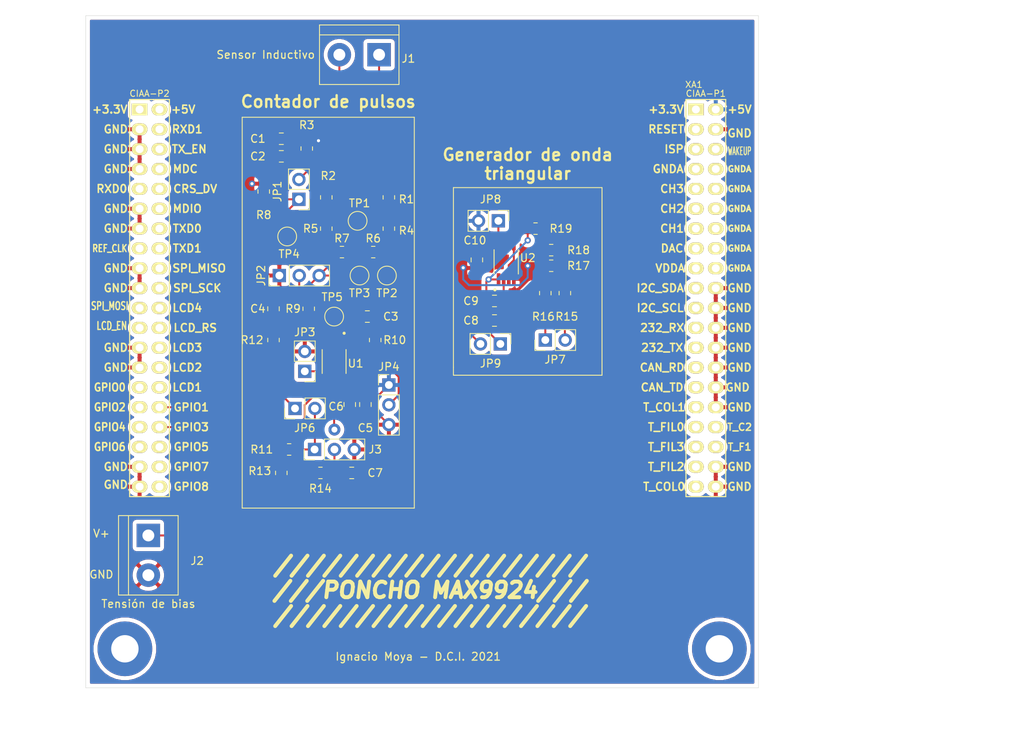
<source format=kicad_pcb>
(kicad_pcb (version 20171130) (host pcbnew 5.1.10-88a1d61d58~88~ubuntu18.04.1)
  (title_block (title "Poncho MAX9924ñ Interfaz para sensor de reluctancia variable") (date 2021-08-14) (rev 1) (comment 1 "Autor: Ignacio Moya") (comment 2 "Revisor: Marcelo Castello") (comment 3 "Licencia: GPL"))
  (layers (0 F.Cu signal) (31 B.Cu signal) (34 B.Paste user) (35 F.Paste user) (36 B.SilkS user) (37 F.SilkS user) (38 B.Mask user) (39 F.Mask user) (44 Edge.Cuts user))
  (net 0 "")
  (net 1 GND)
  (net 2 +5V)
  (net 3 "Net-(C3-Pad2)")
  (net 4 /AOUT)
  (net 5 /BIAS)
  (net 6 "Net-(C7-Pad2)")
  (net 7 "Net-(C8-Pad2)")
  (net 8 "Net-(C8-Pad1)")
  (net 9 "Net-(C10-Pad2)")
  (net 10 "Net-(J1-Pad2)")
  (net 11 "Net-(J1-Pad1)")
  (net 12 /V_PULL)
  (net 13 "Net-(JP1-Pad2)")
  (net 14 "Net-(JP3-Pad1)")
  (net 15 "Net-(JP4-Pad2)")
  (net 16 "Net-(JP6-Pad1)")
  (net 17 "Net-(JP7-Pad2)")
  (net 18 /COUT_2)
  (net 19 "Net-(R1-Pad1)")
  (net 20 "Net-(R2-Pad1)")
  (net 21 "Net-(R6-Pad2)")
  (net 22 "Net-(R9-Pad1)")
  (net 23 /COUT)
  (net 24 /FILTER)
  (net 25 "Net-(R17-Pad1)")
  (net 26 "Net-(U2-Pad3)")
  (net 27 "Net-(XA1-Pad1)")
  (net 28 "Net-(XA1-Pad11)")
  (net 29 "Net-(XA1-Pad13)")
  (net 30 "Net-(XA1-Pad6)")
  (net 31 "Net-(XA1-Pad15)")
  (net 32 "Net-(XA1-Pad8)")
  (net 33 "Net-(XA1-Pad17)")
  (net 34 "Net-(XA1-Pad10)")
  (net 35 "Net-(XA1-Pad19)")
  (net 36 "Net-(XA1-Pad12)")
  (net 37 "Net-(XA1-Pad21)")
  (net 38 "Net-(XA1-Pad14)")
  (net 39 "Net-(XA1-Pad23)")
  (net 40 "Net-(XA1-Pad16)")
  (net 41 "Net-(XA1-Pad25)")
  (net 42 "Net-(XA1-Pad18)")
  (net 43 "Net-(XA1-Pad27)")
  (net 44 "Net-(XA1-Pad29)")
  (net 45 "Net-(XA1-Pad31)")
  (net 46 "Net-(XA1-Pad33)")
  (net 47 "Net-(XA1-Pad34)")
  (net 48 "Net-(XA1-Pad36)")
  (net 49 "Net-(XA1-Pad35)")
  (net 50 "Net-(XA1-Pad37)")
  (net 51 "Net-(XA1-Pad3)")
  (net 52 "Net-(XA1-Pad5)")
  (net 53 "Net-(XA1-Pad7)")
  (net 54 "Net-(XA1-Pad9)")
  (net 55 "Net-(XA1-Pad39)")
  (net 56 "Net-(XA1-Pad41)")
  (net 57 "Net-(XA1-Pad42)")
  (net 58 "Net-(XA1-Pad44)")
  (net 59 "Net-(XA1-Pad46)")
  (net 60 "Net-(XA1-Pad48)")
  (net 61 "Net-(XA1-Pad49)")
  (net 62 "Net-(XA1-Pad50)")
  (net 63 "Net-(XA1-Pad52)")
  (net 64 "Net-(XA1-Pad54)")
  (net 65 "Net-(XA1-Pad55)")
  (net 66 "Net-(XA1-Pad56)")
  (net 67 "Net-(XA1-Pad58)")
  (net 68 "Net-(XA1-Pad60)")
  (net 69 "Net-(XA1-Pad61)")
  (net 70 "Net-(XA1-Pad62)")
  (net 71 "Net-(XA1-Pad63)")
  (net 72 "Net-(XA1-Pad64)")
  (net 73 "Net-(XA1-Pad66)")
  (net 74 "Net-(XA1-Pad68)")
  (net 75 "Net-(XA1-Pad69)")
  (net 76 "Net-(XA1-Pad70)")
  (net 77 "Net-(XA1-Pad71)")
  (net 78 "Net-(XA1-Pad73)")
  (net 79 "Net-(XA1-Pad75)")
  (net 80 "Net-(XA1-Pad76)")
  (net 81 "Net-(XA1-Pad78)")
  (net 82 "Net-(XA1-Pad80)")
  (net 83 "Net-(J3-Pad3)")
  (net 84 "Net-(J3-Pad1)")
  (module MountingHole:MountingHole_3.5mm_Pad (layer F.Cu) (at 112 138)
    (fp_text reference H2 hide)
    (fp_text value MountingHole hide)
    (pad 1 thru_hole circle (at 0 0) (size 7 7) (drill 3.5) (layers *.Cu *.Mask))
  )
  (module MountingHole:MountingHole_3.5mm_Pad (layer F.Cu) (at 188 138)
    (fp_text reference H1 hide)
    (fp_text value MountingHole hide)
    (pad 1 thru_hole circle (at 0 0) (size 7 7) (drill 3.5) (layers *.Cu *.Mask))
  )
  (module Connector_PinHeader_2.54mm:PinHeader_1x02_P2.54mm_Vertical (layer F.Cu) (at 159.75 83.25 270)
    (fp_text reference JP8 (at -2.75 1) (layer F.SilkS))
    (fp_text value Jumper_NO_Small)
    (pad 2 thru_hole oval (at 0 2.54 270) (size 1.7 1.7) (drill 1) (layers *.Cu *.Mask) (net 2 +5V))
    (pad 1 thru_hole rect (at 0 0 270) (size 1.7 1.7) (drill 1) (layers *.Cu *.Mask) (net 9 "Net-(C10-Pad2)"))
  )
  (module Capacitor_SMD:C_0805_2012Metric_Pad1.18x1.45mm_HandSolder (layer F.Cu) (at 132 72.75 180)
    (fp_text reference C1 (at 3 0) (layer F.SilkS))
    (fp_text value 4.7uF)
    (pad 2 smd roundrect (at 1.0375 0 180) (size 1.175 1.45) (layers F.Cu F.Paste F.Mask) (roundrect_rratio 0.212766) (net 1 GND))
    (pad 1 smd roundrect (at -1.0375 0 180) (size 1.175 1.45) (layers F.Cu F.Paste F.Mask) (roundrect_rratio 0.212766) (net 2 +5V))
  )
  (module Capacitor_SMD:C_0805_2012Metric_Pad1.18x1.45mm_HandSolder (layer F.Cu) (at 132 75 180)
    (fp_text reference C2 (at 3 0) (layer F.SilkS))
    (fp_text value 0.1uF)
    (pad 1 smd roundrect (at -1.0375 0 180) (size 1.175 1.45) (layers F.Cu F.Paste F.Mask) (roundrect_rratio 0.212766) (net 2 +5V))
    (pad 2 smd roundrect (at 1.0375 0 180) (size 1.175 1.45) (layers F.Cu F.Paste F.Mask) (roundrect_rratio 0.212766) (net 1 GND))
  )
  (module Capacitor_SMD:C_0805_2012Metric_Pad1.18x1.45mm_HandSolder (layer F.Cu) (at 143 95.5 180)
    (fp_text reference C3 (at -3 0) (layer F.SilkS))
    (fp_text value 1000pF)
    (pad 2 smd roundrect (at 1.0375 0 180) (size 1.175 1.45) (layers F.Cu F.Paste F.Mask) (roundrect_rratio 0.212766) (net 3 "Net-(C3-Pad2)"))
    (pad 1 smd roundrect (at -1.0375 0 180) (size 1.175 1.45) (layers F.Cu F.Paste F.Mask) (roundrect_rratio 0.212766) (net 4 /AOUT))
  )
  (module Capacitor_SMD:C_0805_2012Metric_Pad1.18x1.45mm_HandSolder (layer F.Cu) (at 131 94.5 90)
    (fp_text reference C4 (at 0 -2 180) (layer F.SilkS))
    (fp_text value 1uF)
    (pad 1 smd roundrect (at -1.0375 0 90) (size 1.175 1.45) (layers F.Cu F.Paste F.Mask) (roundrect_rratio 0.212766) (net 5 /BIAS))
    (pad 2 smd roundrect (at 1.0375 0 90) (size 1.175 1.45) (layers F.Cu F.Paste F.Mask) (roundrect_rratio 0.212766) (net 1 GND))
  )
  (module Capacitor_SMD:C_0805_2012Metric_Pad1.18x1.45mm_HandSolder (layer F.Cu) (at 142.75 106.75 90)
    (fp_text reference C5 (at -3 0 180) (layer F.SilkS))
    (fp_text value 1uF)
    (pad 1 smd roundrect (at -1.0375 0 90) (size 1.175 1.45) (layers F.Cu F.Paste F.Mask) (roundrect_rratio 0.212766) (net 1 GND))
    (pad 2 smd roundrect (at 1.0375 0 90) (size 1.175 1.45) (layers F.Cu F.Paste F.Mask) (roundrect_rratio 0.212766) (net 2 +5V))
  )
  (module Capacitor_SMD:C_0805_2012Metric_Pad1.18x1.45mm_HandSolder (layer F.Cu) (at 140.75 106.75 90)
    (fp_text reference C6 (at -0.25 -1.75 180) (layer F.SilkS))
    (fp_text value 0.1uF)
    (pad 2 smd roundrect (at 1.0375 0 90) (size 1.175 1.45) (layers F.Cu F.Paste F.Mask) (roundrect_rratio 0.212766) (net 2 +5V))
    (pad 1 smd roundrect (at -1.0375 0 90) (size 1.175 1.45) (layers F.Cu F.Paste F.Mask) (roundrect_rratio 0.212766) (net 1 GND))
  )
  (module Capacitor_SMD:C_0805_2012Metric_Pad1.18x1.45mm_HandSolder (layer F.Cu) (at 141 115.5 180)
    (fp_text reference C7 (at -3 0) (layer F.SilkS))
    (fp_text value 0.1uF)
    (pad 2 smd roundrect (at 1.0375 0 180) (size 1.175 1.45) (layers F.Cu F.Paste F.Mask) (roundrect_rratio 0.212766) (net 6 "Net-(C7-Pad2)"))
    (pad 1 smd roundrect (at -1.0375 0 180) (size 1.175 1.45) (layers F.Cu F.Paste F.Mask) (roundrect_rratio 0.212766) (net 1 GND))
  )
  (module Capacitor_SMD:C_0805_2012Metric_Pad1.18x1.45mm_HandSolder (layer F.Cu) (at 159.25 96 180)
    (fp_text reference C8 (at 3 0) (layer F.SilkS))
    (fp_text value 0.1uF)
    (pad 2 smd roundrect (at 1.0375 0 180) (size 1.175 1.45) (layers F.Cu F.Paste F.Mask) (roundrect_rratio 0.212766) (net 7 "Net-(C8-Pad2)"))
    (pad 1 smd roundrect (at -1.0375 0 180) (size 1.175 1.45) (layers F.Cu F.Paste F.Mask) (roundrect_rratio 0.212766) (net 8 "Net-(C8-Pad1)"))
  )
  (module Capacitor_SMD:C_0805_2012Metric_Pad1.18x1.45mm_HandSolder (layer F.Cu) (at 159.25 93.5 180)
    (fp_text reference C9 (at 3 0) (layer F.SilkS))
    (fp_text value 220pF)
    (pad 1 smd roundrect (at -1.0375 0 180) (size 1.175 1.45) (layers F.Cu F.Paste F.Mask) (roundrect_rratio 0.212766) (net 8 "Net-(C8-Pad1)"))
    (pad 2 smd roundrect (at 1.0375 0 180) (size 1.175 1.45) (layers F.Cu F.Paste F.Mask) (roundrect_rratio 0.212766) (net 7 "Net-(C8-Pad2)"))
  )
  (module Capacitor_SMD:C_0805_2012Metric_Pad1.18x1.45mm_HandSolder (layer F.Cu) (at 157 88.25 90)
    (fp_text reference C10 (at 2.5 -0.25 180) (layer F.SilkS))
    (fp_text value 0.1uF)
    (pad 1 smd roundrect (at -1.0375 0 90) (size 1.175 1.45) (layers F.Cu F.Paste F.Mask) (roundrect_rratio 0.212766) (net 1 GND))
    (pad 2 smd roundrect (at 1.0375 0 90) (size 1.175 1.45) (layers F.Cu F.Paste F.Mask) (roundrect_rratio 0.212766) (net 9 "Net-(C10-Pad2)"))
  )
  (module TerminalBlock:TerminalBlock_bornier-2_P5.08mm (layer F.Cu) (at 144.5 62 180)
    (fp_text reference J1 (at -3.75 -0.5) (layer F.SilkS))
    (fp_text value Screw_Terminal_01x02)
    (pad 2 thru_hole circle (at 5.08 0 180) (size 3 3) (drill 1.52) (layers *.Cu *.Mask) (net 10 "Net-(J1-Pad2)"))
    (pad 1 thru_hole rect (at 0 0 180) (size 3 3) (drill 1.52) (layers *.Cu *.Mask) (net 11 "Net-(J1-Pad1)"))
  )
  (module TerminalBlock:TerminalBlock_bornier-2_P5.08mm (layer F.Cu) (at 115 123.5 270)
    (fp_text reference J2 (at 3.25 -6.25 180) (layer F.SilkS))
    (fp_text value Screw_Terminal_01x02)
    (pad 1 thru_hole rect (at 0 0 270) (size 3 3) (drill 1.52) (layers *.Cu *.Mask) (net 12 /V_PULL))
    (pad 2 thru_hole circle (at 5.08 0 270) (size 3 3) (drill 1.52) (layers *.Cu *.Mask) (net 1 GND))
  )
  (module Connector_PinHeader_2.54mm:PinHeader_1x02_P2.54mm_Vertical (layer F.Cu) (at 134.25 80.5 180)
    (fp_text reference JP1 (at 2.75 1 270) (layer F.SilkS))
    (fp_text value Jumper_NO_Small)
    (pad 1 thru_hole rect (at 0 0 180) (size 1.7 1.7) (drill 1) (layers *.Cu *.Mask) (net 3 "Net-(C3-Pad2)"))
    (pad 2 thru_hole oval (at 0 2.54 180) (size 1.7 1.7) (drill 1) (layers *.Cu *.Mask) (net 13 "Net-(JP1-Pad2)"))
  )
  (module Connector_PinHeader_2.54mm:PinHeader_1x03_P2.54mm_Vertical (layer F.Cu) (at 131.75 90.25 90)
    (fp_text reference JP2 (at 0 -2.33 90) (layer F.SilkS))
    (fp_text value Jumper_3_Open)
    (pad 1 thru_hole rect (at 0 0 90) (size 1.7 1.7) (drill 1) (layers *.Cu *.Mask) (net 1 GND))
    (pad 2 thru_hole oval (at 0 2.54 90) (size 1.7 1.7) (drill 1) (layers *.Cu *.Mask) (net 5 /BIAS))
    (pad 3 thru_hole oval (at 0 5.08 90) (size 1.7 1.7) (drill 1) (layers *.Cu *.Mask) (net 3 "Net-(C3-Pad2)"))
  )
  (module Connector_PinHeader_2.54mm:PinHeader_1x02_P2.54mm_Vertical (layer F.Cu) (at 135 102.5 180)
    (fp_text reference JP3 (at 0 5) (layer F.SilkS))
    (fp_text value Jumper_NO_Small)
    (pad 1 thru_hole rect (at 0 0 180) (size 1.7 1.7) (drill 1) (layers *.Cu *.Mask) (net 14 "Net-(JP3-Pad1)"))
    (pad 2 thru_hole oval (at 0 2.54 180) (size 1.7 1.7) (drill 1) (layers *.Cu *.Mask) (net 1 GND))
  )
  (module Connector_PinHeader_2.54mm:PinHeader_1x03_P2.54mm_Vertical (layer F.Cu) (at 145.75 104.25)
    (fp_text reference JP4 (at 0 -2.33) (layer F.SilkS))
    (fp_text value Jumper_3_Open)
    (pad 3 thru_hole oval (at 0 5.08) (size 1.7 1.7) (drill 1) (layers *.Cu *.Mask) (net 1 GND))
    (pad 2 thru_hole oval (at 0 2.54) (size 1.7 1.7) (drill 1) (layers *.Cu *.Mask) (net 15 "Net-(JP4-Pad2)"))
    (pad 1 thru_hole rect (at 0 0) (size 1.7 1.7) (drill 1) (layers *.Cu *.Mask) (net 2 +5V))
  )
  (module Connector_PinHeader_2.54mm:PinHeader_1x02_P2.54mm_Vertical (layer F.Cu) (at 133.75 107.25 90)
    (fp_text reference JP6 (at -2.5 1.25 180) (layer F.SilkS))
    (fp_text value Jumper_NO_Small)
    (pad 2 thru_hole oval (at 0 2.54 90) (size 1.7 1.7) (drill 1) (layers *.Cu *.Mask) (net 83 "Net-(J3-Pad3)"))
    (pad 1 thru_hole rect (at 0 0 90) (size 1.7 1.7) (drill 1) (layers *.Cu *.Mask) (net 16 "Net-(JP6-Pad1)"))
  )
  (module Connector_PinHeader_2.54mm:PinHeader_1x02_P2.54mm_Vertical (layer F.Cu) (at 165.75 98.5 90)
    (fp_text reference JP7 (at -2.5 1.25 180) (layer F.SilkS))
    (fp_text value Jumper_NO_Small)
    (pad 2 thru_hole oval (at 0 2.54 90) (size 1.7 1.7) (drill 1) (layers *.Cu *.Mask) (net 17 "Net-(JP7-Pad2)"))
    (pad 1 thru_hole rect (at 0 0 90) (size 1.7 1.7) (drill 1) (layers *.Cu *.Mask) (net 18 /COUT_2))
  )
  (module Connector_PinHeader_2.54mm:PinHeader_1x02_P2.54mm_Vertical (layer F.Cu) (at 160 99 270)
    (fp_text reference JP9 (at 2.5 1.25) (layer F.SilkS))
    (fp_text value Jumper_NO_Small)
    (pad 1 thru_hole rect (at 0 0 270) (size 1.7 1.7) (drill 1) (layers *.Cu *.Mask) (net 7 "Net-(C8-Pad2)"))
    (pad 2 thru_hole oval (at 0 2.54 270) (size 1.7 1.7) (drill 1) (layers *.Cu *.Mask) (net 4 /AOUT))
  )
  (module Resistor_SMD:R_0805_2012Metric_Pad1.20x1.40mm_HandSolder (layer F.Cu) (at 145.75 80.25 90)
    (fp_text reference R1 (at -0.25 2.25 180) (layer F.SilkS))
    (fp_text value "4.99K 1%")
    (pad 1 smd roundrect (at -1 0 90) (size 1.2 1.4) (layers F.Cu F.Paste F.Mask) (roundrect_rratio 0.208333) (net 19 "Net-(R1-Pad1)"))
    (pad 2 smd roundrect (at 1 0 90) (size 1.2 1.4) (layers F.Cu F.Paste F.Mask) (roundrect_rratio 0.208333) (net 11 "Net-(J1-Pad1)"))
  )
  (module Resistor_SMD:R_0805_2012Metric_Pad1.20x1.40mm_HandSolder (layer F.Cu) (at 137.75 80.25 90)
    (fp_text reference R2 (at 2.75 0.25 180) (layer F.SilkS))
    (fp_text value "4.99K 1%")
    (pad 1 smd roundrect (at -1 0 90) (size 1.2 1.4) (layers F.Cu F.Paste F.Mask) (roundrect_rratio 0.208333) (net 20 "Net-(R2-Pad1)"))
    (pad 2 smd roundrect (at 1 0 90) (size 1.2 1.4) (layers F.Cu F.Paste F.Mask) (roundrect_rratio 0.208333) (net 10 "Net-(J1-Pad2)"))
  )
  (module Resistor_SMD:R_0805_2012Metric_Pad1.20x1.40mm_HandSolder (layer F.Cu) (at 135.25 74 90)
    (fp_text reference R3 (at 3 0 180) (layer F.SilkS))
    (fp_text value "1K 1%")
    (pad 1 smd roundrect (at -1 0 90) (size 1.2 1.4) (layers F.Cu F.Paste F.Mask) (roundrect_rratio 0.208333) (net 13 "Net-(JP1-Pad2)"))
    (pad 2 smd roundrect (at 1 0 90) (size 1.2 1.4) (layers F.Cu F.Paste F.Mask) (roundrect_rratio 0.208333) (net 2 +5V))
  )
  (module Resistor_SMD:R_0805_2012Metric_Pad1.20x1.40mm_HandSolder (layer F.Cu) (at 145.75 84.25 90)
    (fp_text reference R4 (at -0.25 2.25 180) (layer F.SilkS))
    (fp_text value "4.99K 1%")
    (pad 2 smd roundrect (at 1 0 90) (size 1.2 1.4) (layers F.Cu F.Paste F.Mask) (roundrect_rratio 0.208333) (net 19 "Net-(R1-Pad1)"))
    (pad 1 smd roundrect (at -1 0 90) (size 1.2 1.4) (layers F.Cu F.Paste F.Mask) (roundrect_rratio 0.208333) (net 4 /AOUT))
  )
  (module Resistor_SMD:R_0805_2012Metric_Pad1.20x1.40mm_HandSolder (layer F.Cu) (at 137.75 84.25 90)
    (fp_text reference R5 (at 0 -2 180) (layer F.SilkS))
    (fp_text value "4.99K 1%")
    (pad 2 smd roundrect (at 1 0 90) (size 1.2 1.4) (layers F.Cu F.Paste F.Mask) (roundrect_rratio 0.208333) (net 20 "Net-(R2-Pad1)"))
    (pad 1 smd roundrect (at -1 0 90) (size 1.2 1.4) (layers F.Cu F.Paste F.Mask) (roundrect_rratio 0.208333) (net 3 "Net-(C3-Pad2)"))
  )
  (module Resistor_SMD:R_0805_2012Metric_Pad1.20x1.40mm_HandSolder (layer F.Cu) (at 143.75 87.25 180)
    (fp_text reference R6 (at 0 1.75) (layer F.SilkS))
    (fp_text value OPEN)
    (pad 1 smd roundrect (at -1 0 180) (size 1.2 1.4) (layers F.Cu F.Paste F.Mask) (roundrect_rratio 0.208333) (net 4 /AOUT))
    (pad 2 smd roundrect (at 1 0 180) (size 1.2 1.4) (layers F.Cu F.Paste F.Mask) (roundrect_rratio 0.208333) (net 21 "Net-(R6-Pad2)"))
  )
  (module Resistor_SMD:R_0805_2012Metric_Pad1.20x1.40mm_HandSolder (layer F.Cu) (at 139.75 87.25 180)
    (fp_text reference R7 (at 0 1.75) (layer F.SilkS))
    (fp_text value OPEN)
    (pad 2 smd roundrect (at 1 0 180) (size 1.2 1.4) (layers F.Cu F.Paste F.Mask) (roundrect_rratio 0.208333) (net 3 "Net-(C3-Pad2)"))
    (pad 1 smd roundrect (at -1 0 180) (size 1.2 1.4) (layers F.Cu F.Paste F.Mask) (roundrect_rratio 0.208333) (net 21 "Net-(R6-Pad2)"))
  )
  (module Resistor_SMD:R_0805_2012Metric_Pad1.20x1.40mm_HandSolder (layer F.Cu) (at 129.75 79.5 270)
    (fp_text reference R8 (at 3 0 180) (layer F.SilkS))
    (fp_text value "1K 1%")
    (pad 1 smd roundrect (at -1 0 270) (size 1.2 1.4) (layers F.Cu F.Paste F.Mask) (roundrect_rratio 0.208333) (net 1 GND))
    (pad 2 smd roundrect (at 1 0 270) (size 1.2 1.4) (layers F.Cu F.Paste F.Mask) (roundrect_rratio 0.208333) (net 3 "Net-(C3-Pad2)"))
  )
  (module Resistor_SMD:R_0805_2012Metric_Pad1.20x1.40mm_HandSolder (layer F.Cu) (at 135.5 94.5 90)
    (fp_text reference R9 (at 0 -2 180) (layer F.SilkS))
    (fp_text value OPEN)
    (pad 1 smd roundrect (at -1 0 90) (size 1.2 1.4) (layers F.Cu F.Paste F.Mask) (roundrect_rratio 0.208333) (net 22 "Net-(R9-Pad1)"))
    (pad 2 smd roundrect (at 1 0 90) (size 1.2 1.4) (layers F.Cu F.Paste F.Mask) (roundrect_rratio 0.208333) (net 3 "Net-(C3-Pad2)"))
  )
  (module Resistor_SMD:R_0805_2012Metric_Pad1.20x1.40mm_HandSolder (layer F.Cu) (at 144 98.5 90)
    (fp_text reference R10 (at 0 2.5 180) (layer F.SilkS))
    (fp_text value OPEN)
    (pad 2 smd roundrect (at 1 0 90) (size 1.2 1.4) (layers F.Cu F.Paste F.Mask) (roundrect_rratio 0.208333) (net 4 /AOUT))
    (pad 1 smd roundrect (at -1 0 90) (size 1.2 1.4) (layers F.Cu F.Paste F.Mask) (roundrect_rratio 0.208333) (net 5 /BIAS))
  )
  (module Resistor_SMD:R_0805_2012Metric_Pad1.20x1.40mm_HandSolder (layer F.Cu) (at 133 112.5)
    (fp_text reference R11 (at -3.5 0) (layer F.SilkS))
    (fp_text value OPEN)
    (pad 2 smd roundrect (at 1 0) (size 1.2 1.4) (layers F.Cu F.Paste F.Mask) (roundrect_rratio 0.208333) (net 83 "Net-(J3-Pad3)"))
    (pad 1 smd roundrect (at -1 0) (size 1.2 1.4) (layers F.Cu F.Paste F.Mask) (roundrect_rratio 0.208333) (net 23 /COUT))
  )
  (module Resistor_SMD:R_0805_2012Metric_Pad1.20x1.40mm_HandSolder (layer F.Cu) (at 131 98.5 270)
    (fp_text reference R12 (at 0 2.75 180) (layer F.SilkS))
    (fp_text value OPEN)
    (pad 1 smd roundrect (at -1 0 270) (size 1.2 1.4) (layers F.Cu F.Paste F.Mask) (roundrect_rratio 0.208333) (net 5 /BIAS))
    (pad 2 smd roundrect (at 1 0 270) (size 1.2 1.4) (layers F.Cu F.Paste F.Mask) (roundrect_rratio 0.208333) (net 16 "Net-(JP6-Pad1)"))
  )
  (module Resistor_SMD:R_0805_2012Metric_Pad1.20x1.40mm_HandSolder (layer F.Cu) (at 132 115.5 90)
    (fp_text reference R13 (at 0.25 -2.75 180) (layer F.SilkS))
    (fp_text value 10K)
    (pad 1 smd roundrect (at -1 0 90) (size 1.2 1.4) (layers F.Cu F.Paste F.Mask) (roundrect_rratio 0.208333) (net 12 /V_PULL))
    (pad 2 smd roundrect (at 1 0 90) (size 1.2 1.4) (layers F.Cu F.Paste F.Mask) (roundrect_rratio 0.208333) (net 23 /COUT))
  )
  (module Resistor_SMD:R_0805_2012Metric_Pad1.20x1.40mm_HandSolder (layer F.Cu) (at 137 115.5)
    (fp_text reference R14 (at 0 2) (layer F.SilkS))
    (fp_text value "10K 1%")
    (pad 2 smd roundrect (at 1 0) (size 1.2 1.4) (layers F.Cu F.Paste F.Mask) (roundrect_rratio 0.208333) (net 6 "Net-(C7-Pad2)"))
    (pad 1 smd roundrect (at -1 0) (size 1.2 1.4) (layers F.Cu F.Paste F.Mask) (roundrect_rratio 0.208333) (net 24 /FILTER))
  )
  (module Resistor_SMD:R_0805_2012Metric_Pad1.20x1.40mm_HandSolder (layer F.Cu) (at 168.25 92.5 90)
    (fp_text reference R15 (at -3 0.25 180) (layer F.SilkS))
    (fp_text value "54.9K 1%")
    (pad 1 smd roundrect (at -1 0 90) (size 1.2 1.4) (layers F.Cu F.Paste F.Mask) (roundrect_rratio 0.208333) (net 17 "Net-(JP7-Pad2)"))
    (pad 2 smd roundrect (at 1 0 90) (size 1.2 1.4) (layers F.Cu F.Paste F.Mask) (roundrect_rratio 0.208333) (net 8 "Net-(C8-Pad1)"))
  )
  (module Resistor_SMD:R_0805_2012Metric_Pad1.20x1.40mm_HandSolder (layer F.Cu) (at 165.75 92.5 90)
    (fp_text reference R16 (at -3 -0.25 180) (layer F.SilkS))
    (fp_text value "464K 1%")
    (pad 2 smd roundrect (at 1 0 90) (size 1.2 1.4) (layers F.Cu F.Paste F.Mask) (roundrect_rratio 0.208333) (net 8 "Net-(C8-Pad1)"))
    (pad 1 smd roundrect (at -1 0 90) (size 1.2 1.4) (layers F.Cu F.Paste F.Mask) (roundrect_rratio 0.208333) (net 18 /COUT_2))
  )
  (module Resistor_SMD:R_0805_2012Metric_Pad1.20x1.40mm_HandSolder (layer F.Cu) (at 166.5 89 180)
    (fp_text reference R17 (at -3.5 0) (layer F.SilkS))
    (fp_text value "39.2K 1%")
    (pad 2 smd roundrect (at 1 0 180) (size 1.2 1.4) (layers F.Cu F.Paste F.Mask) (roundrect_rratio 0.208333) (net 1 GND))
    (pad 1 smd roundrect (at -1 0 180) (size 1.2 1.4) (layers F.Cu F.Paste F.Mask) (roundrect_rratio 0.208333) (net 25 "Net-(R17-Pad1)"))
  )
  (module Resistor_SMD:R_0805_2012Metric_Pad1.20x1.40mm_HandSolder (layer F.Cu) (at 166.5 87 180)
    (fp_text reference R18 (at -3.5 0) (layer F.SilkS))
    (fp_text value "100K 1%")
    (pad 2 smd roundrect (at 1 0 180) (size 1.2 1.4) (layers F.Cu F.Paste F.Mask) (roundrect_rratio 0.208333) (net 25 "Net-(R17-Pad1)"))
    (pad 1 smd roundrect (at -1 0 180) (size 1.2 1.4) (layers F.Cu F.Paste F.Mask) (roundrect_rratio 0.208333) (net 18 /COUT_2))
  )
  (module Resistor_SMD:R_0805_2012Metric_Pad1.20x1.40mm_HandSolder (layer F.Cu) (at 164.5 84.25)
    (fp_text reference R19 (at 3.25 0) (layer F.SilkS))
    (fp_text value "68.1K 1%")
    (pad 1 smd roundrect (at -1 0) (size 1.2 1.4) (layers F.Cu F.Paste F.Mask) (roundrect_rratio 0.208333) (net 7 "Net-(C8-Pad2)"))
    (pad 2 smd roundrect (at 1 0) (size 1.2 1.4) (layers F.Cu F.Paste F.Mask) (roundrect_rratio 0.208333) (net 25 "Net-(R17-Pad1)"))
  )
  (module TestPoint:TestPoint_Pad_D2.0mm (layer F.Cu) (at 141.75 83.25 270)
    (fp_text reference TP1 (at -2.25 -0.25 180) (layer F.SilkS))
    (fp_text value TestPoint)
    (pad 1 smd circle (at 0 0 270) (size 2 2) (layers F.Cu F.Mask) (net 21 "Net-(R6-Pad2)"))
  )
  (module TestPoint:TestPoint_Pad_D2.0mm (layer F.Cu) (at 145.5 90.25 270)
    (fp_text reference TP2 (at 2.25 0 180) (layer F.SilkS))
    (fp_text value TestPoint)
    (pad 1 smd circle (at 0 0 270) (size 2 2) (layers F.Cu F.Mask) (net 4 /AOUT))
  )
  (module TestPoint:TestPoint_Pad_D2.0mm (layer F.Cu) (at 142 90.25 90)
    (fp_text reference TP3 (at -2.25 0 180) (layer F.SilkS))
    (fp_text value TestPoint)
    (pad 1 smd circle (at 0 0 90) (size 2 2) (layers F.Cu F.Mask) (net 3 "Net-(C3-Pad2)"))
  )
  (module TestPoint:TestPoint_Pad_D2.0mm (layer F.Cu) (at 132.75 85.25 270)
    (fp_text reference TP4 (at 2.25 -0.25 180) (layer F.SilkS))
    (fp_text value TestPoint)
    (pad 1 smd circle (at 0 0 270) (size 2 2) (layers F.Cu F.Mask) (net 3 "Net-(C3-Pad2)"))
  )
  (module TestPoint:TestPoint_Pad_D2.0mm (layer F.Cu) (at 138.75 95.5)
    (fp_text reference TP5 (at -0.25 -2.5 180) (layer F.SilkS))
    (fp_text value TestPoint)
    (pad 1 smd circle (at 0 0) (size 2 2) (layers F.Cu F.Mask) (net 22 "Net-(R9-Pad1)"))
  )
  (module misc:PinHeader_1x03_1x01_P2.54mm_Vertical (layer F.Cu) (at 136.25 112.5 90)
    (fp_text reference J3 (at 0 7.75 180) (layer F.SilkS))
    (fp_text value jumper_4_open)
    (pad 1 thru_hole circle (at 2.54 2.54 90) (size 1.524 1.524) (drill 0.762) (layers *.Cu *.Mask) (net 84 "Net-(J3-Pad1)"))
    (pad 2 thru_hole oval (at 0 5.08 90) (size 1.7 1.7) (drill 1) (layers *.Cu *.Mask) (net 1 GND))
    (pad 4 thru_hole oval (at 0 2.54 90) (size 1.7 1.7) (drill 1) (layers *.Cu *.Mask) (net 6 "Net-(C7-Pad2)"))
    (pad 3 thru_hole rect (at 0 0 90) (size 1.7 1.7) (drill 1) (layers *.Cu *.Mask) (net 83 "Net-(J3-Pad3)"))
  )
  (module max9924:SOP50P490X110-10N (layer F.Cu) (at 138.75 101.25 270)
    (fp_text reference U1 (at 0.25 -2.75 180) (layer F.SilkS))
    (fp_text value MAX9924)
    (pad 1 smd rect (at -2.15 -1 270) (size 1.47 0.28) (layers F.Cu F.Paste F.Mask) (net 4 /AOUT))
    (pad 2 smd rect (at -2.15 -0.5 270) (size 1.47 0.28) (layers F.Cu F.Paste F.Mask) (net 3 "Net-(C3-Pad2)"))
    (pad 3 smd rect (at -2.15 0 270) (size 1.47 0.28) (layers F.Cu F.Paste F.Mask) (net 22 "Net-(R9-Pad1)"))
    (pad 4 smd rect (at -2.15 0.5 270) (size 1.47 0.28) (layers F.Cu F.Paste F.Mask) (net 5 /BIAS))
    (pad 5 smd rect (at -2.15 1 270) (size 1.47 0.28) (layers F.Cu F.Paste F.Mask) (net 1 GND))
    (pad 6 smd rect (at 2.15 1 270) (size 1.47 0.28) (layers F.Cu F.Paste F.Mask) (net 14 "Net-(JP3-Pad1)"))
    (pad 7 smd rect (at 2.15 0.5 270) (size 1.47 0.28) (layers F.Cu F.Paste F.Mask) (net 23 /COUT))
    (pad 8 smd rect (at 2.15 0 270) (size 1.47 0.28) (layers F.Cu F.Paste F.Mask) (net 84 "Net-(J3-Pad1)"))
    (pad 9 smd rect (at 2.15 -0.5 270) (size 1.47 0.28) (layers F.Cu F.Paste F.Mask) (net 15 "Net-(JP4-Pad2)"))
    (pad 10 smd rect (at 2.15 -1 270) (size 1.47 0.28) (layers F.Cu F.Paste F.Mask) (net 2 +5V))
  )
  (module max9000:SOP65P490X110-8N (layer F.Cu) (at 160.75 88.5 90)
    (fp_text reference U2 (at 0.5 2.75 180) (layer F.SilkS))
    (fp_text value MAX9000)
    (pad 1 smd rect (at -2.165 -0.975 90) (size 1.42 0.47) (layers F.Cu F.Paste F.Mask) (net 7 "Net-(C8-Pad2)"))
    (pad 2 smd rect (at -2.165 -0.325 90) (size 1.42 0.47) (layers F.Cu F.Paste F.Mask) (net 8 "Net-(C8-Pad1)"))
    (pad 3 smd rect (at -2.165 0.325 90) (size 1.42 0.47) (layers F.Cu F.Paste F.Mask) (net 26 "Net-(U2-Pad3)"))
    (pad 4 smd rect (at -2.165 0.975 90) (size 1.42 0.47) (layers F.Cu F.Paste F.Mask) (net 1 GND))
    (pad 5 smd rect (at 2.165 0.975 90) (size 1.42 0.47) (layers F.Cu F.Paste F.Mask) (net 26 "Net-(U2-Pad3)"))
    (pad 6 smd rect (at 2.165 0.325 90) (size 1.42 0.47) (layers F.Cu F.Paste F.Mask) (net 25 "Net-(R17-Pad1)"))
    (pad 7 smd rect (at 2.165 -0.325 90) (size 1.42 0.47) (layers F.Cu F.Paste F.Mask) (net 18 /COUT_2))
    (pad 8 smd rect (at 2.165 -0.975 90) (size 1.42 0.47) (layers F.Cu F.Paste F.Mask) (net 9 "Net-(C10-Pad2)"))
  )
  (module Fiducial:Fiducial_0.5mm_Mask1mm (layer F.Cu) (at 148 71)
    (fp_text reference FID1 hide)
    (fp_text value Fiducial)
    (pad "" smd circle (at 0 0) (size 0.5 0.5) (layers F.Cu F.Mask) (clearance 0.25))
  )
  (module Fiducial:Fiducial_0.5mm_Mask1mm (layer F.Cu) (at 128 119)
    (fp_text reference FID2 hide)
    (fp_text value Fiducial)
    (pad "" smd circle (at 0 0) (size 0.5 0.5) (layers F.Cu F.Mask) (clearance 0.25))
  )
  (module Fiducial:Fiducial_0.5mm_Mask1mm (layer F.Cu) (at 172 80)
    (fp_text reference FID3 hide)
    (fp_text value Fiducial)
    (pad "" smd circle (at 0 0) (size 0.5 0.5) (layers F.Cu F.Mask) (clearance 0.25))
  )
  (module Poncho_Esqueleto:Conn_Poncho_SinBorde (layer F.Cu) (at 185 69)
    (fp_text reference XA1 (at -0.254 -3.175) (layer F.SilkS) (effects (font (size 0.8 0.8) (thickness 0.12))))
    (fp_text value Conn_Poncho2P_2x_20x2 hide)
    (fp_text user GPIO8 (at -64.516 48.26) (layer F.SilkS) (effects (font (thickness 0.2))))
    (fp_text user GPIO7 (at -64.516 45.72) (layer F.SilkS) (effects (font (thickness 0.2))))
    (fp_text user GPIO5 (at -64.516 43.18) (layer F.SilkS) (effects (font (thickness 0.2))))
    (fp_text user GPIO3 (at -64.516 40.64) (layer F.SilkS) (effects (font (thickness 0.2))))
    (fp_text user GPIO1 (at -64.516 38.1) (layer F.SilkS) (effects (font (thickness 0.2))))
    (fp_text user LCD1 (at -65.024 35.56) (layer F.SilkS) (effects (font (thickness 0.2))))
    (fp_text user LCD2 (at -65.024 33.02) (layer F.SilkS) (effects (font (thickness 0.2))))
    (fp_text user LCD3 (at -65.024 30.48) (layer F.SilkS) (effects (font (thickness 0.2))))
    (fp_text user LCD_RS (at -64.008 27.94) (layer F.SilkS) (effects (font (thickness 0.2))))
    (fp_text user LCD4 (at -65.024 25.4) (layer F.SilkS) (effects (font (thickness 0.2))))
    (fp_text user SPI_SCK (at -63.754 22.86) (layer F.SilkS) (effects (font (thickness 0.2))))
    (fp_text user SPI_MISO (at -63.5 20.32) (layer F.SilkS) (effects (font (thickness 0.2))))
    (fp_text user TXD1 (at -65.024 17.78) (layer F.SilkS) (effects (font (thickness 0.2))))
    (fp_text user TXD0 (at -65.024 15.24) (layer F.SilkS) (effects (font (thickness 0.2))))
    (fp_text user MDIO (at -65.024 12.7) (layer F.SilkS) (effects (font (thickness 0.2))))
    (fp_text user CRS_DV (at -64.008 10.16) (layer F.SilkS) (effects (font (thickness 0.2))))
    (fp_text user MDC (at -65.278 7.62) (layer F.SilkS) (effects (font (thickness 0.2))))
    (fp_text user TX_EN (at -64.77 5.08) (layer F.SilkS) (effects (font (thickness 0.2))))
    (fp_text user RXD1 (at -65.024 2.54) (layer F.SilkS) (effects (font (thickness 0.2))))
    (fp_text user +5V (at -65.532 0) (layer F.SilkS) (effects (font (thickness 0.2))))
    (fp_text user GND (at -74.168 48.006) (layer F.SilkS) (effects (font (thickness 0.2))))
    (fp_text user GND (at -74.168 45.72) (layer F.SilkS) (effects (font (thickness 0.2))))
    (fp_text user GPIO6 (at -74.93 43.18) (layer F.SilkS) (effects (font (size 1 0.9) (thickness 0.2))))
    (fp_text user GPIO4 (at -74.93 40.64) (layer F.SilkS) (effects (font (size 1 0.9) (thickness 0.2))))
    (fp_text user GPIO2 (at -74.93 38.1) (layer F.SilkS) (effects (font (size 1 0.9) (thickness 0.2))))
    (fp_text user GPIO0 (at -74.93 35.56) (layer F.SilkS) (effects (font (size 1 0.9) (thickness 0.2))))
    (fp_text user GND (at -74.168 33.02) (layer F.SilkS) (effects (font (thickness 0.2))))
    (fp_text user GND (at -74.168 30.48) (layer F.SilkS) (effects (font (thickness 0.2))))
    (fp_text user LCD_EN (at -74.676 27.686) (layer F.SilkS) (effects (font (size 1 0.7) (thickness 0.17))))
    (fp_text user SPI_MOSI (at -74.93 25.146) (layer F.SilkS) (effects (font (size 1 0.7) (thickness 0.17))))
    (fp_text user GND (at -74.168 22.86) (layer F.SilkS) (effects (font (thickness 0.2))))
    (fp_text user GND (at -74.168 20.32) (layer F.SilkS) (effects (font (thickness 0.2))))
    (fp_text user REF_CLK (at -74.93 17.78) (layer F.SilkS) (effects (font (size 0.9 0.7) (thickness 0.175))))
    (fp_text user GND (at -74.168 15.24) (layer F.SilkS) (effects (font (thickness 0.2))))
    (fp_text user GND (at -74.168 12.7) (layer F.SilkS) (effects (font (thickness 0.2))))
    (fp_text user GND (at -74.168 7.62) (layer F.SilkS) (effects (font (thickness 0.2))))
    (fp_text user RXD0 (at -74.676 10.16) (layer F.SilkS) (effects (font (thickness 0.2))))
    (fp_text user GND (at -74.168 5.08) (layer F.SilkS) (effects (font (thickness 0.2))))
    (fp_text user GND (at -74.168 2.54) (layer F.SilkS) (effects (font (thickness 0.2))))
    (fp_text user +3.3V (at -74.93 0) (layer F.SilkS) (effects (font (thickness 0.2))))
    (fp_text user GND (at 5.588 48.26) (layer F.SilkS) (effects (font (thickness 0.2))))
    (fp_text user GND (at 5.588 45.72) (layer F.SilkS) (effects (font (thickness 0.2))))
    (fp_text user T_F1 (at 5.588 43.18) (layer F.SilkS) (effects (font (size 0.9 0.9) (thickness 0.18))))
    (fp_text user T_C2 (at 5.588 40.64) (layer F.SilkS) (effects (font (size 0.9 0.9) (thickness 0.18))))
    (fp_text user GND (at 5.588 38.1) (layer F.SilkS) (effects (font (thickness 0.2))))
    (fp_text user GND (at 5.334 35.56) (layer F.SilkS) (effects (font (thickness 0.2))))
    (fp_text user GND (at 5.588 33.02) (layer F.SilkS) (effects (font (thickness 0.2))))
    (fp_text user GND (at 5.588 30.48) (layer F.SilkS) (effects (font (thickness 0.2))))
    (fp_text user GND (at 5.588 27.94) (layer F.SilkS) (effects (font (thickness 0.2))))
    (fp_text user GND (at 5.588 25.4) (layer F.SilkS) (effects (font (thickness 0.2))))
    (fp_text user GND (at 5.588 22.86) (layer F.SilkS) (effects (font (thickness 0.2))))
    (fp_text user GNDA (at 5.588 20.32) (layer F.SilkS) (effects (font (size 0.76 0.76) (thickness 0.19))))
    (fp_text user GNDA (at 5.588 17.78) (layer F.SilkS) (effects (font (size 0.76 0.76) (thickness 0.19))))
    (fp_text user GNDA (at 5.588 15.24) (layer F.SilkS) (effects (font (size 0.76 0.76) (thickness 0.19))))
    (fp_text user GNDA (at 5.588 12.7) (layer F.SilkS) (effects (font (size 0.76 0.76) (thickness 0.19))))
    (fp_text user GNDA (at 5.588 10.16) (layer F.SilkS) (effects (font (size 0.76 0.76) (thickness 0.19))))
    (fp_text user GNDA (at 5.588 7.62) (layer F.SilkS) (effects (font (size 0.76 0.76) (thickness 0.19))))
    (fp_text user WAKEUP (at 5.588 5.334) (layer F.SilkS) (effects (font (size 1 0.5) (thickness 0.125))))
    (fp_text user GND (at 5.588 3.048) (layer F.SilkS) (effects (font (thickness 0.2))))
    (fp_text user +5V (at 5.588 0) (layer F.SilkS) (effects (font (thickness 0.2))))
    (fp_text user T_COL0 (at -4.064 48.26) (layer F.SilkS) (effects (font (thickness 0.2))))
    (fp_text user T_FIL2 (at -3.81 45.72) (layer F.SilkS) (effects (font (thickness 0.2))))
    (fp_text user T_FIL3 (at -3.81 43.18) (layer F.SilkS) (effects (font (thickness 0.2))))
    (fp_text user T_FIL0 (at -3.81 40.64) (layer F.SilkS) (effects (font (thickness 0.2))))
    (fp_text user T_COL1 (at -4.064 38.1) (layer F.SilkS) (effects (font (thickness 0.2))))
    (fp_text user CAN_TD (at -4.318 35.56) (layer F.SilkS) (effects (font (thickness 0.2))))
    (fp_text user CAN_RD (at -4.318 33.02) (layer F.SilkS) (effects (font (thickness 0.2))))
    (fp_text user 232_TX (at -4.318 30.48) (layer F.SilkS) (effects (font (thickness 0.2))))
    (fp_text user 232_RX (at -4.318 27.94) (layer F.SilkS) (effects (font (thickness 0.2))))
    (fp_text user I2C_SCL (at -4.572 25.4) (layer F.SilkS) (effects (font (thickness 0.2))))
    (fp_text user I2C_SDA (at -4.572 22.86) (layer F.SilkS) (effects (font (thickness 0.2))))
    (fp_text user VDDA (at -3.302 20.32) (layer F.SilkS) (effects (font (thickness 0.2))))
    (fp_text user DAC (at -3.048 17.78) (layer F.SilkS) (effects (font (thickness 0.2))))
    (fp_text user CH1 (at -3.048 15.24) (layer F.SilkS) (effects (font (thickness 0.2))))
    (fp_text user CH2 (at -3.048 12.7) (layer F.SilkS) (effects (font (thickness 0.2))))
    (fp_text user CH3 (at -3.048 10.16) (layer F.SilkS) (effects (font (thickness 0.2))))
    (fp_text user GNDA (at -3.556 7.62) (layer F.SilkS) (effects (font (thickness 0.2))))
    (fp_text user ISP (at -2.794 5.08) (layer F.SilkS) (effects (font (thickness 0.2))))
    (fp_text user RESET (at -3.81 2.54) (layer F.SilkS) (effects (font (thickness 0.2))))
    (fp_text user CIAA-P2 (at -69.85 -2.032) (layer F.SilkS) (effects (font (size 0.8 0.8) (thickness 0.12))))
    (fp_text user CIAA-P1 (at 1.27 -2.032) (layer F.SilkS) (effects (font (size 0.8 0.8) (thickness 0.12))))
    (fp_text user +3.3V (at -3.81 0) (layer F.SilkS) (effects (font (thickness 0.2))))
    (pad 1 thru_hole rect (at 0 0 270) (size 1.524 2) (drill 1.016) (layers *.Cu *.Mask F.SilkS) (net 27 "Net-(XA1-Pad1)"))
    (pad 2 thru_hole oval (at 2.54 0 270) (size 1.524 2) (drill 1.016) (layers *.Cu *.Mask F.SilkS) (net 2 +5V))
    (pad 11 thru_hole oval (at 0 12.7 270) (size 1.524 2) (drill 1.016) (layers *.Cu *.Mask F.SilkS) (net 28 "Net-(XA1-Pad11)"))
    (pad 4 thru_hole oval (at 2.54 2.54 270) (size 1.524 2) (drill 1.016) (layers *.Cu *.Mask F.SilkS) (net 1 GND))
    (pad 13 thru_hole oval (at 0 15.24 270) (size 1.524 2) (drill 1.016) (layers *.Cu *.Mask F.SilkS) (net 29 "Net-(XA1-Pad13)"))
    (pad 6 thru_hole oval (at 2.54 5.08 270) (size 1.524 2) (drill 1.016) (layers *.Cu *.Mask F.SilkS) (net 30 "Net-(XA1-Pad6)"))
    (pad 15 thru_hole oval (at 0 17.78 270) (size 1.524 2) (drill 1.016) (layers *.Cu *.Mask F.SilkS) (net 31 "Net-(XA1-Pad15)"))
    (pad 8 thru_hole oval (at 2.54 7.62 270) (size 1.524 2) (drill 1.016) (layers *.Cu *.Mask F.SilkS) (net 32 "Net-(XA1-Pad8)"))
    (pad 17 thru_hole oval (at 0 20.32 270) (size 1.524 2) (drill 1.016) (layers *.Cu *.Mask F.SilkS) (net 33 "Net-(XA1-Pad17)"))
    (pad 10 thru_hole oval (at 2.54 10.16 270) (size 1.524 2) (drill 1.016) (layers *.Cu *.Mask F.SilkS) (net 34 "Net-(XA1-Pad10)"))
    (pad 19 thru_hole oval (at 0 22.86 270) (size 1.524 2) (drill 1.016) (layers *.Cu *.Mask F.SilkS) (net 35 "Net-(XA1-Pad19)"))
    (pad 12 thru_hole oval (at 2.54 12.7 270) (size 1.524 2) (drill 1.016) (layers *.Cu *.Mask F.SilkS) (net 36 "Net-(XA1-Pad12)"))
    (pad 21 thru_hole oval (at 0 25.4 270) (size 1.524 2) (drill 1.016) (layers *.Cu *.Mask F.SilkS) (net 37 "Net-(XA1-Pad21)"))
    (pad 14 thru_hole oval (at 2.54 15.24 270) (size 1.524 2) (drill 1.016) (layers *.Cu *.Mask F.SilkS) (net 38 "Net-(XA1-Pad14)"))
    (pad 23 thru_hole oval (at 0 27.94 270) (size 1.524 2) (drill 1.016) (layers *.Cu *.Mask F.SilkS) (net 39 "Net-(XA1-Pad23)"))
    (pad 16 thru_hole oval (at 2.54 17.78 270) (size 1.524 2) (drill 1.016) (layers *.Cu *.Mask F.SilkS) (net 40 "Net-(XA1-Pad16)"))
    (pad 25 thru_hole oval (at 0 30.48 270) (size 1.524 2) (drill 1.016) (layers *.Cu *.Mask F.SilkS) (net 41 "Net-(XA1-Pad25)"))
    (pad 18 thru_hole oval (at 2.54 20.32 270) (size 1.524 2) (drill 1.016) (layers *.Cu *.Mask F.SilkS) (net 42 "Net-(XA1-Pad18)"))
    (pad 27 thru_hole oval (at 0 33.02 270) (size 1.524 2) (drill 1.016) (layers *.Cu *.Mask F.SilkS) (net 43 "Net-(XA1-Pad27)"))
    (pad 20 thru_hole oval (at 2.54 22.86 270) (size 1.524 2) (drill 1.016) (layers *.Cu *.Mask F.SilkS) (net 1 GND))
    (pad 29 thru_hole oval (at 0 35.56 270) (size 1.524 2) (drill 1.016) (layers *.Cu *.Mask F.SilkS) (net 44 "Net-(XA1-Pad29)"))
    (pad 22 thru_hole oval (at 2.54 25.4 270) (size 1.524 2) (drill 1.016) (layers *.Cu *.Mask F.SilkS) (net 1 GND))
    (pad 31 thru_hole oval (at 0 38.1 270) (size 1.524 2) (drill 1.016) (layers *.Cu *.Mask F.SilkS) (net 45 "Net-(XA1-Pad31)"))
    (pad 24 thru_hole oval (at 2.54 27.94 270) (size 1.524 2) (drill 1.016) (layers *.Cu *.Mask F.SilkS) (net 1 GND))
    (pad 26 thru_hole oval (at 2.54 30.48 270) (size 1.524 2) (drill 1.016) (layers *.Cu *.Mask F.SilkS) (net 1 GND))
    (pad 33 thru_hole oval (at 0 40.64 270) (size 1.524 2) (drill 1.016) (layers *.Cu *.Mask F.SilkS) (net 46 "Net-(XA1-Pad33)"))
    (pad 28 thru_hole oval (at 2.54 33.02 270) (size 1.524 2) (drill 1.016) (layers *.Cu *.Mask F.SilkS) (net 1 GND))
    (pad 32 thru_hole oval (at 2.54 38.1 270) (size 1.524 2) (drill 1.016) (layers *.Cu *.Mask F.SilkS) (net 1 GND))
    (pad 34 thru_hole oval (at 2.54 40.64 270) (size 1.524 2) (drill 1.016) (layers *.Cu *.Mask F.SilkS) (net 47 "Net-(XA1-Pad34)"))
    (pad 36 thru_hole oval (at 2.54 43.18 270) (size 1.524 2) (drill 1.016) (layers *.Cu *.Mask F.SilkS) (net 48 "Net-(XA1-Pad36)"))
    (pad 38 thru_hole oval (at 2.54 45.72 270) (size 1.524 2) (drill 1.016) (layers *.Cu *.Mask F.SilkS) (net 1 GND))
    (pad 35 thru_hole oval (at 0 43.18 270) (size 1.524 2) (drill 1.016) (layers *.Cu *.Mask F.SilkS) (net 49 "Net-(XA1-Pad35)"))
    (pad 37 thru_hole oval (at 0 45.72 270) (size 1.524 2) (drill 1.016) (layers *.Cu *.Mask F.SilkS) (net 50 "Net-(XA1-Pad37)"))
    (pad 3 thru_hole oval (at 0 2.54 270) (size 1.524 2) (drill 1.016) (layers *.Cu *.Mask F.SilkS) (net 51 "Net-(XA1-Pad3)"))
    (pad 5 thru_hole oval (at 0 5.08 270) (size 1.524 2) (drill 1.016) (layers *.Cu *.Mask F.SilkS) (net 52 "Net-(XA1-Pad5)"))
    (pad 7 thru_hole oval (at 0 7.62 270) (size 1.524 2) (drill 1.016) (layers *.Cu *.Mask F.SilkS) (net 53 "Net-(XA1-Pad7)"))
    (pad 9 thru_hole oval (at 0 10.16 270) (size 1.524 2) (drill 1.016) (layers *.Cu *.Mask F.SilkS) (net 54 "Net-(XA1-Pad9)"))
    (pad 39 thru_hole oval (at 0 48.26 270) (size 1.524 2) (drill 1.016) (layers *.Cu *.Mask F.SilkS) (net 55 "Net-(XA1-Pad39)"))
    (pad 40 thru_hole oval (at 2.54 48.26 270) (size 1.524 2) (drill 1.016) (layers *.Cu *.Mask F.SilkS) (net 1 GND))
    (pad 30 thru_hole oval (at 2.54 35.56 270) (size 1.524 2) (drill 1.016) (layers *.Cu *.Mask F.SilkS) (net 1 GND))
    (pad 41 thru_hole rect (at -71.12 0 270) (size 1.524 2) (drill 1.016) (layers *.Cu *.Mask F.SilkS) (net 56 "Net-(XA1-Pad41)"))
    (pad 42 thru_hole oval (at -68.58 0 270) (size 1.524 2) (drill 1.016) (layers *.Cu *.Mask F.SilkS) (net 57 "Net-(XA1-Pad42)"))
    (pad 43 thru_hole oval (at -71.12 2.54 270) (size 1.524 2) (drill 1.016) (layers *.Cu *.Mask F.SilkS) (net 1 GND))
    (pad 44 thru_hole oval (at -68.58 2.54 270) (size 1.524 2) (drill 1.016) (layers *.Cu *.Mask F.SilkS) (net 58 "Net-(XA1-Pad44)"))
    (pad 45 thru_hole oval (at -71.12 5.08 270) (size 1.524 2) (drill 1.016) (layers *.Cu *.Mask F.SilkS) (net 1 GND))
    (pad 46 thru_hole oval (at -68.58 5.08 270) (size 1.524 2) (drill 1.016) (layers *.Cu *.Mask F.SilkS) (net 59 "Net-(XA1-Pad46)"))
    (pad 47 thru_hole oval (at -71.12 7.62 270) (size 1.524 2) (drill 1.016) (layers *.Cu *.Mask F.SilkS) (net 1 GND))
    (pad 48 thru_hole oval (at -68.58 7.62 270) (size 1.524 2) (drill 1.016) (layers *.Cu *.Mask F.SilkS) (net 60 "Net-(XA1-Pad48)"))
    (pad 49 thru_hole oval (at -71.12 10.16 270) (size 1.524 2) (drill 1.016) (layers *.Cu *.Mask F.SilkS) (net 61 "Net-(XA1-Pad49)"))
    (pad 50 thru_hole oval (at -68.58 10.16 270) (size 1.524 2) (drill 1.016) (layers *.Cu *.Mask F.SilkS) (net 62 "Net-(XA1-Pad50)"))
    (pad 51 thru_hole oval (at -71.12 12.7 270) (size 1.524 2) (drill 1.016) (layers *.Cu *.Mask F.SilkS) (net 1 GND))
    (pad 52 thru_hole oval (at -68.58 12.7 270) (size 1.524 2) (drill 1.016) (layers *.Cu *.Mask F.SilkS) (net 63 "Net-(XA1-Pad52)"))
    (pad 53 thru_hole oval (at -71.12 15.24 270) (size 1.524 2) (drill 1.016) (layers *.Cu *.Mask F.SilkS) (net 1 GND))
    (pad 54 thru_hole oval (at -68.58 15.24 270) (size 1.524 2) (drill 1.016) (layers *.Cu *.Mask F.SilkS) (net 64 "Net-(XA1-Pad54)"))
    (pad 55 thru_hole oval (at -71.12 17.78 270) (size 1.524 2) (drill 1.016) (layers *.Cu *.Mask F.SilkS) (net 65 "Net-(XA1-Pad55)"))
    (pad 56 thru_hole oval (at -68.58 17.78 270) (size 1.524 2) (drill 1.016) (layers *.Cu *.Mask F.SilkS) (net 66 "Net-(XA1-Pad56)"))
    (pad 57 thru_hole oval (at -71.12 20.32 270) (size 1.524 2) (drill 1.016) (layers *.Cu *.Mask F.SilkS) (net 1 GND))
    (pad 58 thru_hole oval (at -68.58 20.32 270) (size 1.524 2) (drill 1.016) (layers *.Cu *.Mask F.SilkS) (net 67 "Net-(XA1-Pad58)"))
    (pad 59 thru_hole oval (at -71.12 22.86 270) (size 1.524 2) (drill 1.016) (layers *.Cu *.Mask F.SilkS) (net 1 GND))
    (pad 60 thru_hole oval (at -68.58 22.86 270) (size 1.524 2) (drill 1.016) (layers *.Cu *.Mask F.SilkS) (net 68 "Net-(XA1-Pad60)"))
    (pad 61 thru_hole oval (at -71.12 25.4 270) (size 1.524 2) (drill 1.016) (layers *.Cu *.Mask F.SilkS) (net 69 "Net-(XA1-Pad61)"))
    (pad 62 thru_hole oval (at -68.58 25.4 270) (size 1.524 2) (drill 1.016) (layers *.Cu *.Mask F.SilkS) (net 70 "Net-(XA1-Pad62)"))
    (pad 63 thru_hole oval (at -71.12 27.94 270) (size 1.524 2) (drill 1.016) (layers *.Cu *.Mask F.SilkS) (net 71 "Net-(XA1-Pad63)"))
    (pad 64 thru_hole oval (at -68.58 27.94 270) (size 1.524 2) (drill 1.016) (layers *.Cu *.Mask F.SilkS) (net 72 "Net-(XA1-Pad64)"))
    (pad 65 thru_hole oval (at -71.12 30.48 270) (size 1.524 2) (drill 1.016) (layers *.Cu *.Mask F.SilkS) (net 1 GND))
    (pad 66 thru_hole oval (at -68.58 30.48 270) (size 1.524 2) (drill 1.016) (layers *.Cu *.Mask F.SilkS) (net 73 "Net-(XA1-Pad66)"))
    (pad 67 thru_hole oval (at -71.12 33.02 270) (size 1.524 2) (drill 1.016) (layers *.Cu *.Mask F.SilkS) (net 1 GND))
    (pad 68 thru_hole oval (at -68.58 33.02 270) (size 1.524 2) (drill 1.016) (layers *.Cu *.Mask F.SilkS) (net 74 "Net-(XA1-Pad68)"))
    (pad 69 thru_hole oval (at -71.12 35.56 270) (size 1.524 2) (drill 1.016) (layers *.Cu *.Mask F.SilkS) (net 75 "Net-(XA1-Pad69)"))
    (pad 70 thru_hole oval (at -68.58 35.56 270) (size 1.524 2) (drill 1.016) (layers *.Cu *.Mask F.SilkS) (net 76 "Net-(XA1-Pad70)"))
    (pad 71 thru_hole oval (at -71.12 38.1 270) (size 1.524 2) (drill 1.016) (layers *.Cu *.Mask F.SilkS) (net 77 "Net-(XA1-Pad71)"))
    (pad 72 thru_hole oval (at -68.58 38.1 270) (size 1.524 2) (drill 1.016) (layers *.Cu *.Mask F.SilkS) (net 23 /COUT))
    (pad 73 thru_hole oval (at -71.12 40.64 270) (size 1.524 2) (drill 1.016) (layers *.Cu *.Mask F.SilkS) (net 78 "Net-(XA1-Pad73)"))
    (pad 74 thru_hole oval (at -68.58 40.64 270) (size 1.524 2) (drill 1.016) (layers *.Cu *.Mask F.SilkS) (net 24 /FILTER))
    (pad 75 thru_hole oval (at -71.12 43.18 270) (size 1.524 2) (drill 1.016) (layers *.Cu *.Mask F.SilkS) (net 79 "Net-(XA1-Pad75)"))
    (pad 76 thru_hole oval (at -68.58 43.18 270) (size 1.524 2) (drill 1.016) (layers *.Cu *.Mask F.SilkS) (net 80 "Net-(XA1-Pad76)"))
    (pad 77 thru_hole oval (at -71.12 45.72 270) (size 1.524 2) (drill 1.016) (layers *.Cu *.Mask F.SilkS) (net 1 GND))
    (pad 78 thru_hole oval (at -68.58 45.72 270) (size 1.524 2) (drill 1.016) (layers *.Cu *.Mask F.SilkS) (net 81 "Net-(XA1-Pad78)"))
    (pad 79 thru_hole oval (at -71.12 48.26 270) (size 1.524 2) (drill 1.016) (layers *.Cu *.Mask F.SilkS) (net 1 GND))
    (pad 80 thru_hole oval (at -68.58 48.26 270) (size 1.524 2) (drill 1.016) (layers *.Cu *.Mask F.SilkS) (net 82 "Net-(XA1-Pad80)"))
  )
  (module Fiducial:Fiducial_0.5mm_Mask1mm (layer F.Cu) (at 155 102)
    (fp_text reference FID4 hide)
    (fp_text value Fiducial)
    (pad "" smd circle (at 0 0) (size 0.5 0.5) (layers F.Cu F.Mask) (clearance 0.25))
  )
  (gr_text "Ignacio Moya - D.C.I. 2021\n" (at 149.5 139) (layer F.SilkS) (effects (font (size 1 1))))
  (gr_line (start 193 143) (end 107 143) (layer Edge.Cuts) (width 0.05))
  (gr_line (start 193 57) (end 193 143) (layer Edge.Cuts) (width 0.05))
  (gr_line (start 107 57) (end 193 57) (layer Edge.Cuts) (width 0.05))
  (gr_line (start 107 143) (end 107 57) (layer Edge.Cuts) (width 0.05))
  (gr_text GND (at 109 128.5) (layer F.SilkS) (effects (font (size 1 1))))
  (gr_text V+ (at 109 123.25) (layer F.SilkS) (effects (font (size 1 1))))
  (gr_text "Tensión de bias" (at 115 132.25) (layer F.SilkS) (effects (font (size 1 1))))
  (gr_text "Sensor Inductivo" (at 130 62) (layer F.SilkS) (effects (font (size 1 1))))
  (gr_text "///////////////////\n///PONCHO MAX9924///\n///////////////////" (at 151 130.5) (layer F.SilkS) (effects (font (size 2 2) (thickness 0.5) italic)))
  (gr_text "Contador de pulsos" (at 138 68) (layer F.SilkS) (effects (font (size 1.5 1.5) (thickness 0.3))))
  (gr_text "Generador de onda\ntriangular\n" (at 163.5 76) (layer F.SilkS) (effects (font (size 1.5 1.5) (thickness 0.3))))
  (gr_line (start 127 70) (end 149 70) (layer F.SilkS) (width 0.12))
  (gr_line (start 127 120) (end 127 70) (layer F.SilkS) (width 0.12))
  (gr_line (start 149 120) (end 127 120) (layer F.SilkS) (width 0.12))
  (gr_line (start 149 70) (end 149 120) (layer F.SilkS) (width 0.12))
  (gr_line (start 154 103) (end 154 102) (layer F.SilkS) (width 0.12))
  (gr_line (start 173 103) (end 154 103) (layer F.SilkS) (width 0.12))
  (gr_line (start 173 79) (end 173 103) (layer F.SilkS) (width 0.12))
  (gr_line (start 154 79) (end 173 79) (layer F.SilkS) (width 0.12))
  (gr_line (start 154 102) (end 154 79) (layer F.SilkS) (width 0.12))
  (segment (start 140.75 107.7875) (end 142.75 107.7875) (width 0.25) (layer F.Cu) (net 1))
  (segment (start 144.2075 107.7875) (end 145.75 109.33) (width 0.25) (layer F.Cu) (net 1))
  (segment (start 142.75 107.7875) (end 144.2075 107.7875) (width 0.25) (layer F.Cu) (net 1))
  (segment (start 131.75 92.7125) (end 131 93.4625) (width 0.25) (layer F.Cu) (net 1))
  (segment (start 131.75 90.25) (end 131.75 92.7125) (width 0.25) (layer F.Cu) (net 1))
  (segment (start 130.9625 72.75) (end 130.9625 75) (width 0.25) (layer F.Cu) (net 1))
  (segment (start 129.75 76.2125) (end 130.9625 75) (width 0.25) (layer F.Cu) (net 1))
  (segment (start 129.75 78.5) (end 129.75 76.2125) (width 0.25) (layer F.Cu) (net 1))
  (segment (start 141.33 114.7925) (end 142.0375 115.5) (width 0.25) (layer F.Cu) (net 1))
  (segment (start 141.33 112.5) (end 141.33 114.7925) (width 0.25) (layer F.Cu) (net 1))
  (segment (start 165.5 89) (end 163.5 89) (width 0.25) (layer F.Cu) (net 1))
  (segment (start 161.725 89.775) (end 161.725 90.665) (width 0.25) (layer F.Cu) (net 1))
  (segment (start 162.5 89) (end 161.725 89.775) (width 0.25) (layer F.Cu) (net 1))
  (via (at 128.25 78.5) (size 0.8) (drill 0.4) (layers F.Cu B.Cu) (net 1))
  (segment (start 129.75 78.5) (end 128.25 78.5) (width 0.25) (layer F.Cu) (net 1))
  (segment (start 141.33 109.2075) (end 142.75 107.7875) (width 0.25) (layer F.Cu) (net 1))
  (segment (start 141.33 112.5) (end 141.33 109.2075) (width 0.25) (layer F.Cu) (net 1))
  (segment (start 163.5 89) (end 162.5 89) (width 0.25) (layer F.Cu) (net 1))
  (via (at 163.5 89) (size 0.8) (drill 0.4) (layers F.Cu B.Cu) (net 1))
  (via (at 155.25 89.25) (size 0.8) (drill 0.4) (layers F.Cu B.Cu) (net 1))
  (segment (start 157 89.2875) (end 155.2875 89.2875) (width 0.25) (layer F.Cu) (net 1))
  (segment (start 155.2875 89.2875) (end 155.25 89.25) (width 0.25) (layer F.Cu) (net 1))
  (segment (start 163.5 90.5) (end 163.5 89) (width 0.25) (layer B.Cu) (net 1))
  (segment (start 162.524999 91.475001) (end 163.5 90.5) (width 0.25) (layer B.Cu) (net 1))
  (segment (start 162.524999 91.475001) (end 155.975001 91.475001) (width 0.25) (layer B.Cu) (net 1))
  (segment (start 155.25 90.75) (end 155.25 89.25) (width 0.25) (layer B.Cu) (net 1))
  (segment (start 155.975001 91.475001) (end 155.25 90.75) (width 0.25) (layer B.Cu) (net 1))
  (segment (start 135 99.96) (end 136.29 99.96) (width 0.25) (layer F.Cu) (net 1))
  (segment (start 137.15 99.1) (end 137.75 99.1) (width 0.25) (layer F.Cu) (net 1))
  (segment (start 136.29 99.96) (end 137.15 99.1) (width 0.25) (layer F.Cu) (net 1))
  (segment (start 140.75 105.7125) (end 142.75 105.7125) (width 0.25) (layer F.Cu) (net 2))
  (segment (start 144.2875 105.7125) (end 145.75 104.25) (width 0.25) (layer F.Cu) (net 2))
  (segment (start 142.75 105.7125) (end 144.2875 105.7125) (width 0.25) (layer F.Cu) (net 2))
  (segment (start 139.75 103.4) (end 139.9 103.4) (width 0.25) (layer F.Cu) (net 2))
  (segment (start 140.75 104.25) (end 140.75 105.7125) (width 0.25) (layer F.Cu) (net 2))
  (segment (start 139.9 103.4) (end 140.75 104.25) (width 0.25) (layer F.Cu) (net 2))
  (segment (start 133.0375 75) (end 133.0375 72.75) (width 0.25) (layer F.Cu) (net 2))
  (segment (start 135 72.75) (end 135.25 73) (width 0.25) (layer F.Cu) (net 2))
  (segment (start 133.2875 73) (end 133.0375 72.75) (width 0.25) (layer F.Cu) (net 2))
  (segment (start 135.25 73) (end 133.2875 73) (width 0.25) (layer F.Cu) (net 2))
  (via (at 136.75 73) (size 0.8) (drill 0.4) (layers F.Cu B.Cu) (net 2))
  (segment (start 135.25 73) (end 136.75 73) (width 0.25) (layer F.Cu) (net 2))
  (segment (start 132.75 85.25) (end 137.75 85.25) (width 0.25) (layer F.Cu) (net 3))
  (segment (start 136.83 90.25) (end 142 90.25) (width 0.25) (layer F.Cu) (net 3))
  (segment (start 135.5 91.58) (end 136.83 90.25) (width 0.25) (layer F.Cu) (net 3))
  (segment (start 135.5 93.5) (end 135.5 91.58) (width 0.25) (layer F.Cu) (net 3))
  (segment (start 138.75 88.33) (end 136.83 90.25) (width 0.25) (layer F.Cu) (net 3))
  (segment (start 138.75 87.25) (end 138.75 88.33) (width 0.25) (layer F.Cu) (net 3))
  (segment (start 137.75 86.25) (end 138.75 87.25) (width 0.25) (layer F.Cu) (net 3))
  (segment (start 137.75 85.25) (end 137.75 86.25) (width 0.25) (layer F.Cu) (net 3))
  (segment (start 139.25 98.25) (end 139.25 99.1) (width 0.25) (layer F.Cu) (net 3))
  (segment (start 129.75 80.5) (end 134.25 80.5) (width 0.25) (layer F.Cu) (net 3))
  (segment (start 132.75 82) (end 134.25 80.5) (width 0.25) (layer F.Cu) (net 3))
  (segment (start 132.75 85.25) (end 132.75 82) (width 0.25) (layer F.Cu) (net 3))
  (segment (start 141.9625 95.5375) (end 139.25 98.25) (width 0.25) (layer F.Cu) (net 3))
  (segment (start 141.9625 95.5) (end 141.9625 95.5375) (width 0.25) (layer F.Cu) (net 3))
  (segment (start 139.9625 93.5) (end 141.9625 95.5) (width 0.25) (layer F.Cu) (net 3))
  (segment (start 135.5 93.5) (end 139.9625 93.5) (width 0.25) (layer F.Cu) (net 3))
  (segment (start 144.75 86.25) (end 145.75 85.25) (width 0.25) (layer F.Cu) (net 4))
  (segment (start 144.75 87.25) (end 144.75 86.25) (width 0.25) (layer F.Cu) (net 4))
  (segment (start 144.0375 97.4625) (end 144 97.5) (width 0.25) (layer F.Cu) (net 4))
  (segment (start 144.0375 95.5) (end 144.0375 97.4625) (width 0.25) (layer F.Cu) (net 4))
  (segment (start 139.75 99.1) (end 140.9 99.1) (width 0.25) (layer F.Cu) (net 4))
  (segment (start 142.5 97.5) (end 144 97.5) (width 0.25) (layer F.Cu) (net 4))
  (segment (start 140.9 99.1) (end 142.5 97.5) (width 0.25) (layer F.Cu) (net 4))
  (segment (start 144.75 89.5) (end 145.5 90.25) (width 0.25) (layer F.Cu) (net 4))
  (segment (start 144.75 87.25) (end 144.75 89.5) (width 0.25) (layer F.Cu) (net 4))
  (segment (start 144.0375 91.7125) (end 145.5 90.25) (width 0.25) (layer F.Cu) (net 4))
  (segment (start 144.0375 95.5) (end 144.0375 91.7125) (width 0.25) (layer F.Cu) (net 4))
  (segment (start 155.96 97.5) (end 157.46 99) (width 0.25) (layer F.Cu) (net 4))
  (segment (start 144 97.5) (end 155.96 97.5) (width 0.25) (layer F.Cu) (net 4))
  (segment (start 134.29 90.25) (end 134.29 94.21) (width 0.25) (layer F.Cu) (net 5))
  (segment (start 132.9625 95.5375) (end 131 95.5375) (width 0.25) (layer F.Cu) (net 5))
  (segment (start 134.29 94.21) (end 132.9625 95.5375) (width 0.25) (layer F.Cu) (net 5))
  (segment (start 131 97.5) (end 131 95.5375) (width 0.25) (layer F.Cu) (net 5))
  (segment (start 138.25 99.1) (end 138.25 98.25) (width 0.25) (layer F.Cu) (net 5))
  (segment (start 137.5 97.5) (end 131 97.5) (width 0.25) (layer F.Cu) (net 5))
  (segment (start 138.25 98.25) (end 137.5 97.5) (width 0.25) (layer F.Cu) (net 5))
  (segment (start 138.25 100.060002) (end 138.439998 100.25) (width 0.25) (layer F.Cu) (net 5))
  (segment (start 138.25 99.1) (end 138.25 100.060002) (width 0.25) (layer F.Cu) (net 5))
  (segment (start 143.25 100.25) (end 144 99.5) (width 0.25) (layer F.Cu) (net 5))
  (segment (start 138.439998 100.25) (end 143.25 100.25) (width 0.25) (layer F.Cu) (net 5))
  (segment (start 138.79 114.71) (end 138 115.5) (width 0.25) (layer F.Cu) (net 6))
  (segment (start 138.79 112.5) (end 138.79 114.71) (width 0.25) (layer F.Cu) (net 6))
  (segment (start 139.9625 115.5) (end 138 115.5) (width 0.25) (layer F.Cu) (net 6))
  (segment (start 158.2125 93.5) (end 158.2125 96) (width 0.25) (layer F.Cu) (net 7))
  (segment (start 158.2125 97.2125) (end 160 99) (width 0.25) (layer F.Cu) (net 7))
  (segment (start 158.2125 96) (end 158.2125 97.2125) (width 0.25) (layer F.Cu) (net 7))
  (via (at 163.5 85.75) (size 0.8) (drill 0.4) (layers F.Cu B.Cu) (net 7))
  (segment (start 163.5 84.25) (end 163.5 85.75) (width 0.25) (layer F.Cu) (net 7))
  (via (at 158.5 90.75) (size 0.8) (drill 0.4) (layers F.Cu B.Cu) (net 7))
  (segment (start 163.5 85.75) (end 158.5 90.75) (width 0.25) (layer B.Cu) (net 7))
  (segment (start 159.69 90.75) (end 159.775 90.665) (width 0.25) (layer F.Cu) (net 7))
  (segment (start 158.5 90.75) (end 159.69 90.75) (width 0.25) (layer F.Cu) (net 7))
  (segment (start 158.2125 91.0375) (end 158.5 90.75) (width 0.25) (layer F.Cu) (net 7))
  (segment (start 158.2125 93.5) (end 158.2125 91.0375) (width 0.25) (layer F.Cu) (net 7))
  (segment (start 160.2875 93.5) (end 160.2875 96) (width 0.25) (layer F.Cu) (net 8))
  (segment (start 160.425 93.3625) (end 160.2875 93.5) (width 0.25) (layer F.Cu) (net 8))
  (segment (start 160.425 90.665) (end 160.425 93.3625) (width 0.25) (layer F.Cu) (net 8))
  (segment (start 168.25 91.5) (end 165.75 91.5) (width 0.25) (layer F.Cu) (net 8))
  (segment (start 165.75 91.5) (end 164 91.5) (width 0.25) (layer F.Cu) (net 8))
  (segment (start 162 93.5) (end 160.2875 93.5) (width 0.25) (layer F.Cu) (net 8))
  (segment (start 164 91.5) (end 162 93.5) (width 0.25) (layer F.Cu) (net 8))
  (segment (start 159.75 86.31) (end 159.775 86.335) (width 0.25) (layer F.Cu) (net 9))
  (segment (start 159.75 83.25) (end 159.75 86.31) (width 0.25) (layer F.Cu) (net 9))
  (segment (start 157.8775 86.335) (end 157 87.2125) (width 0.25) (layer F.Cu) (net 9))
  (segment (start 159.775 86.335) (end 157.8775 86.335) (width 0.25) (layer F.Cu) (net 9))
  (segment (start 137.75 77.25) (end 137.75 79.25) (width 0.25) (layer F.Cu) (net 10))
  (segment (start 139.42 75.58) (end 137.75 77.25) (width 0.25) (layer F.Cu) (net 10))
  (segment (start 139.42 75.58) (end 139.42 62) (width 0.25) (layer F.Cu) (net 10))
  (segment (start 145.75 76.75) (end 145.75 79.25) (width 0.25) (layer F.Cu) (net 11))
  (segment (start 144.5 75.5) (end 145.75 76.75) (width 0.25) (layer F.Cu) (net 11))
  (segment (start 144.5 62) (end 144.5 75.5) (width 0.25) (layer F.Cu) (net 11))
  (segment (start 115 123.5) (end 127 123.5) (width 0.25) (layer F.Cu) (net 12))
  (segment (start 132 118.5) (end 132 116.5) (width 0.25) (layer F.Cu) (net 12))
  (segment (start 127 123.5) (end 132 118.5) (width 0.25) (layer F.Cu) (net 12))
  (segment (start 135.25 76.96) (end 134.25 77.96) (width 0.25) (layer F.Cu) (net 13))
  (segment (start 135.25 75) (end 135.25 76.96) (width 0.25) (layer F.Cu) (net 13))
  (segment (start 135 102.5) (end 136.5 102.5) (width 0.25) (layer F.Cu) (net 14))
  (segment (start 137.4 103.4) (end 137.75 103.4) (width 0.25) (layer F.Cu) (net 14))
  (segment (start 136.5 102.5) (end 137.4 103.4) (width 0.25) (layer F.Cu) (net 14))
  (segment (start 147 105.54) (end 145.75 106.79) (width 0.25) (layer F.Cu) (net 15))
  (segment (start 147 103.214998) (end 147 105.54) (width 0.25) (layer F.Cu) (net 15))
  (segment (start 139.25 102.415) (end 139.415 102.25) (width 0.25) (layer F.Cu) (net 15))
  (segment (start 139.25 103.4) (end 139.25 102.415) (width 0.25) (layer F.Cu) (net 15))
  (segment (start 146.035002 102.25) (end 147 103.214998) (width 0.25) (layer F.Cu) (net 15))
  (segment (start 139.415 102.25) (end 146.035002 102.25) (width 0.25) (layer F.Cu) (net 15))
  (segment (start 131 104.5) (end 133.75 107.25) (width 0.25) (layer F.Cu) (net 16))
  (segment (start 131 99.5) (end 131 104.5) (width 0.25) (layer F.Cu) (net 16))
  (segment (start 168.25 98.46) (end 168.29 98.5) (width 0.25) (layer F.Cu) (net 17))
  (segment (start 168.25 93.5) (end 168.25 98.46) (width 0.25) (layer F.Cu) (net 17))
  (segment (start 165.75 93.5) (end 165.75 98.5) (width 0.25) (layer F.Cu) (net 18))
  (segment (start 167.5 84.5) (end 167.5 87) (width 0.25) (layer F.Cu) (net 18))
  (segment (start 161.5 84.36359) (end 161.5 83.36359) (width 0.25) (layer F.Cu) (net 18))
  (segment (start 165.5 82.5) (end 167.5 84.5) (width 0.25) (layer F.Cu) (net 18))
  (segment (start 160.425 86.335) (end 160.425 85.43859) (width 0.25) (layer F.Cu) (net 18))
  (segment (start 161.5 83.36359) (end 162.36359 82.5) (width 0.25) (layer F.Cu) (net 18))
  (segment (start 160.425 85.43859) (end 161.5 84.36359) (width 0.25) (layer F.Cu) (net 18))
  (segment (start 162.36359 82.5) (end 165.5 82.5) (width 0.25) (layer F.Cu) (net 18))
  (segment (start 167.5 87) (end 169.5 89) (width 0.25) (layer F.Cu) (net 18))
  (segment (start 169.5 89) (end 169.5 92) (width 0.25) (layer F.Cu) (net 18))
  (segment (start 166.67501 92.57499) (end 165.75 93.5) (width 0.25) (layer F.Cu) (net 18))
  (segment (start 168.92501 92.57499) (end 166.67501 92.57499) (width 0.25) (layer F.Cu) (net 18))
  (segment (start 169.5 92) (end 168.92501 92.57499) (width 0.25) (layer F.Cu) (net 18))
  (segment (start 145.75 81.25) (end 145.75 83.25) (width 0.25) (layer F.Cu) (net 19))
  (segment (start 137.75 81.25) (end 137.75 83.25) (width 0.25) (layer F.Cu) (net 20))
  (segment (start 140.75 87.25) (end 142.75 87.25) (width 0.25) (layer F.Cu) (net 21))
  (segment (start 141.75 86.25) (end 140.75 87.25) (width 0.25) (layer F.Cu) (net 21))
  (segment (start 141.75 83.25) (end 141.75 86.25) (width 0.25) (layer F.Cu) (net 21))
  (segment (start 135.5 95.5) (end 138.75 95.5) (width 0.25) (layer F.Cu) (net 22))
  (segment (start 138.75 95.5) (end 138.75 99.1) (width 0.25) (layer F.Cu) (net 22))
  (segment (start 135 106.800998) (end 136.300998 105.5) (width 0.25) (layer F.Cu) (net 23))
  (segment (start 136.300998 105.5) (end 137.5 105.5) (width 0.25) (layer F.Cu) (net 23))
  (segment (start 138.25 104.75) (end 138.25 103.4) (width 0.25) (layer F.Cu) (net 23))
  (segment (start 137.5 105.5) (end 138.25 104.75) (width 0.25) (layer F.Cu) (net 23))
  (segment (start 132 114.5) (end 132 112.5) (width 0.25) (layer F.Cu) (net 23))
  (segment (start 132 112.5) (end 132 111.5) (width 0.25) (layer F.Cu) (net 23))
  (segment (start 132 111.5) (end 135 108.5) (width 0.25) (layer F.Cu) (net 23))
  (segment (start 135 108.5) (end 135 106.800998) (width 0.25) (layer F.Cu) (net 23))
  (segment (start 116.42 107.1) (end 120.6 107.1) (width 0.25) (layer F.Cu) (net 23))
  (segment (start 126 112.5) (end 132 112.5) (width 0.25) (layer F.Cu) (net 23))
  (segment (start 120.6 107.1) (end 126 112.5) (width 0.25) (layer F.Cu) (net 23))
  (segment (start 136 115.5) (end 125.5 115.5) (width 0.25) (layer F.Cu) (net 24))
  (segment (start 119.64 109.64) (end 116.42 109.64) (width 0.25) (layer F.Cu) (net 24))
  (segment (start 125.5 115.5) (end 119.64 109.64) (width 0.25) (layer F.Cu) (net 24))
  (segment (start 165.25 83.75) (end 165.25 84.25) (width 0.25) (layer F.Cu) (net 25))
  (segment (start 165.5 83.5) (end 165.5 84.25) (width 0.25) (layer F.Cu) (net 25))
  (segment (start 161.075 86.335) (end 161.075 85.425) (width 0.25) (layer F.Cu) (net 25))
  (segment (start 162 84.5) (end 162 83.5) (width 0.25) (layer F.Cu) (net 25))
  (segment (start 162.5 83) (end 165 83) (width 0.25) (layer F.Cu) (net 25))
  (segment (start 162 83.5) (end 162.5 83) (width 0.25) (layer F.Cu) (net 25))
  (segment (start 161.075 85.425) (end 162 84.5) (width 0.25) (layer F.Cu) (net 25))
  (segment (start 165 83) (end 165.5 83.5) (width 0.25) (layer F.Cu) (net 25))
  (segment (start 165.5 84.25) (end 165.5 87) (width 0.25) (layer F.Cu) (net 25))
  (segment (start 165.5 87) (end 167.5 89) (width 0.25) (layer F.Cu) (net 25))
  (segment (start 161.725 86.335) (end 161.725 88.275) (width 0.25) (layer F.Cu) (net 26))
  (segment (start 161.075 88.925) (end 161.075 90.665) (width 0.25) (layer F.Cu) (net 26))
  (segment (start 161.725 88.275) (end 161.075 88.925) (width 0.25) (layer F.Cu) (net 26))
  (segment (start 136.29 112.46) (end 136.25 112.5) (width 0.25) (layer F.Cu) (net 83))
  (segment (start 136.29 107.25) (end 136.29 112.46) (width 0.25) (layer F.Cu) (net 83))
  (segment (start 134 112.5) (end 136.25 112.5) (width 0.25) (layer F.Cu) (net 83))
  (segment (start 138.75 109.92) (end 138.79 109.96) (width 0.25) (layer F.Cu) (net 84))
  (segment (start 138.75 103.4) (end 138.75 109.92) (width 0.25) (layer F.Cu) (net 84))
  (zone (net 1) (net_name GND) (layer F.Cu) (connect_pads (clearance 0.508)) (min_thickness 0.254) (fill yes (arc_segments 32) (thermal_gap 0.508) (thermal_bridge_width 0.508))
    (polygon (pts (xy 194 144) (xy 106 144) (xy 106 56) (xy 194 56)))
  )
  (zone (net 2) (net_name +5V) (layer B.Cu) (connect_pads (clearance 0.508)) (min_thickness 0.254) (fill yes (arc_segments 32) (thermal_gap 0.508) (thermal_bridge_width 0.508))
    (polygon (pts (xy 195 145) (xy 105 145) (xy 105 55) (xy 195 55)))
  )
)
</source>
